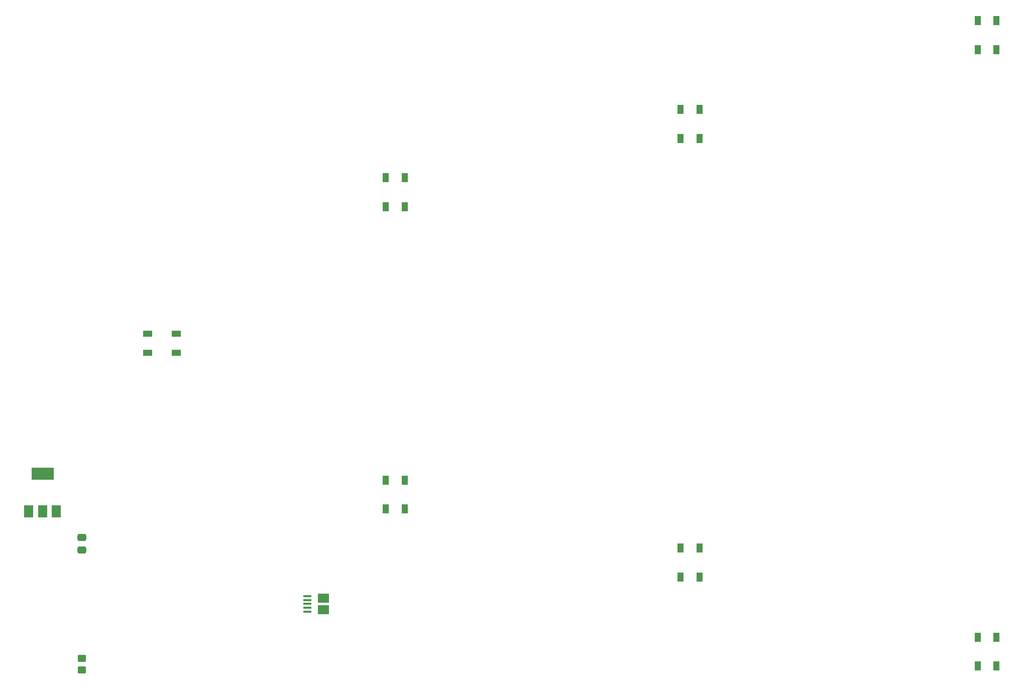
<source format=gbr>
%TF.GenerationSoftware,KiCad,Pcbnew,8.0.5*%
%TF.CreationDate,2024-11-10T11:17:44+01:00*%
%TF.ProjectId,xmasTree,786d6173-5472-4656-952e-6b696361645f,rev?*%
%TF.SameCoordinates,Original*%
%TF.FileFunction,Paste,Top*%
%TF.FilePolarity,Positive*%
%FSLAX46Y46*%
G04 Gerber Fmt 4.6, Leading zero omitted, Abs format (unit mm)*
G04 Created by KiCad (PCBNEW 8.0.5) date 2024-11-10 11:17:44*
%MOMM*%
%LPD*%
G01*
G04 APERTURE LIST*
G04 Aperture macros list*
%AMRoundRect*
0 Rectangle with rounded corners*
0 $1 Rounding radius*
0 $2 $3 $4 $5 $6 $7 $8 $9 X,Y pos of 4 corners*
0 Add a 4 corners polygon primitive as box body*
4,1,4,$2,$3,$4,$5,$6,$7,$8,$9,$2,$3,0*
0 Add four circle primitives for the rounded corners*
1,1,$1+$1,$2,$3*
1,1,$1+$1,$4,$5*
1,1,$1+$1,$6,$7*
1,1,$1+$1,$8,$9*
0 Add four rect primitives between the rounded corners*
20,1,$1+$1,$2,$3,$4,$5,0*
20,1,$1+$1,$4,$5,$6,$7,0*
20,1,$1+$1,$6,$7,$8,$9,0*
20,1,$1+$1,$8,$9,$2,$3,0*%
G04 Aperture macros list end*
%ADD10R,1.000000X1.500000*%
%ADD11R,1.500000X1.000000*%
%ADD12R,1.350000X0.400000*%
%ADD13R,1.900000X1.500000*%
%ADD14RoundRect,0.250000X0.475000X-0.337500X0.475000X0.337500X-0.475000X0.337500X-0.475000X-0.337500X0*%
%ADD15RoundRect,0.250000X0.450000X-0.350000X0.450000X0.350000X-0.450000X0.350000X-0.450000X-0.350000X0*%
%ADD16R,1.500000X2.000000*%
%ADD17R,3.800000X2.000000*%
G04 APERTURE END LIST*
D10*
%TO.C,D1*%
X222072000Y-24798000D03*
X218872000Y-24798000D03*
X218872000Y-29698000D03*
X222072000Y-29698000D03*
%TD*%
%TO.C,D3*%
X122256000Y-51298000D03*
X119056000Y-51298000D03*
X119056000Y-56198000D03*
X122256000Y-56198000D03*
%TD*%
D11*
%TO.C,D4*%
X78906000Y-77648000D03*
X78906000Y-80848000D03*
X83806000Y-80848000D03*
X83806000Y-77648000D03*
%TD*%
D10*
%TO.C,D5*%
X119056000Y-107198000D03*
X122256000Y-107198000D03*
X122256000Y-102298000D03*
X119056000Y-102298000D03*
%TD*%
%TO.C,D6*%
X168756000Y-118698000D03*
X171956000Y-118698000D03*
X171956000Y-113798000D03*
X168756000Y-113798000D03*
%TD*%
%TO.C,D7*%
X218872000Y-133698000D03*
X222072000Y-133698000D03*
X222072000Y-128798000D03*
X218872000Y-128798000D03*
%TD*%
%TO.C,D2*%
X171956000Y-39798000D03*
X168756000Y-39798000D03*
X168756000Y-44698000D03*
X171956000Y-44698000D03*
%TD*%
D12*
%TO.C,J1*%
X105885500Y-124490000D03*
X105885500Y-123840000D03*
X105885500Y-123190000D03*
X105885500Y-122540000D03*
X105885500Y-121890000D03*
D13*
X108585500Y-124190000D03*
X108585500Y-122190000D03*
%TD*%
D14*
%TO.C,C9*%
X67818000Y-114089000D03*
X67818000Y-112014000D03*
%TD*%
D15*
%TO.C,R5*%
X67818000Y-134350000D03*
X67818000Y-132350000D03*
%TD*%
D16*
%TO.C,U1*%
X58914000Y-107544000D03*
X61214000Y-107544000D03*
D17*
X61214000Y-101244000D03*
D16*
X63514000Y-107544000D03*
%TD*%
M02*

</source>
